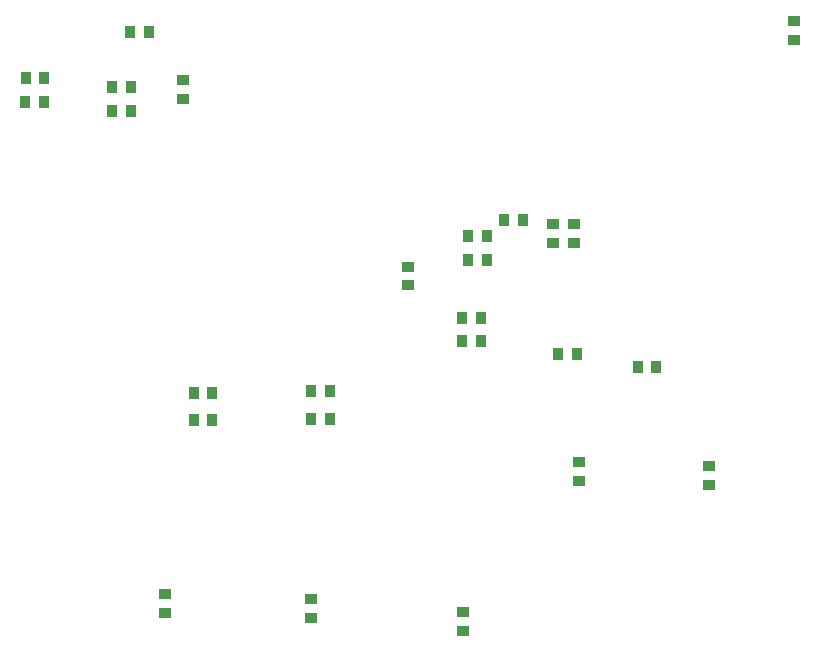
<source format=gbp>
G04*
G04 #@! TF.GenerationSoftware,Altium Limited,Altium Designer,18.1.7 (191)*
G04*
G04 Layer_Color=128*
%FSLAX25Y25*%
%MOIN*%
G70*
G01*
G75*
%ADD24R,0.03937X0.03543*%
%ADD30R,0.03543X0.03937*%
D24*
X234922Y108650D02*
D03*
Y102350D02*
D03*
X177803Y173841D02*
D03*
Y167542D02*
D03*
X278000Y107299D02*
D03*
Y101000D02*
D03*
X306500Y255799D02*
D03*
Y249500D02*
D03*
X226000Y188150D02*
D03*
Y181850D02*
D03*
X233000D02*
D03*
Y188150D02*
D03*
X196049Y58613D02*
D03*
Y52313D02*
D03*
X145500Y63150D02*
D03*
Y56850D02*
D03*
X96691Y58350D02*
D03*
Y64650D02*
D03*
X102756Y236101D02*
D03*
Y229802D02*
D03*
D30*
X79107Y225691D02*
D03*
X85406D02*
D03*
X204150Y176014D02*
D03*
X197850D02*
D03*
X216281Y189432D02*
D03*
X209982D02*
D03*
X197850Y184014D02*
D03*
X204150D02*
D03*
X195980Y156691D02*
D03*
X202280D02*
D03*
X254350Y140500D02*
D03*
X260650D02*
D03*
X227701Y144841D02*
D03*
X234000D02*
D03*
X145535Y132223D02*
D03*
X151835D02*
D03*
X145535Y123191D02*
D03*
X151835D02*
D03*
X202280Y149191D02*
D03*
X195980D02*
D03*
X91406Y252191D02*
D03*
X85107D02*
D03*
X50350Y236691D02*
D03*
X56650D02*
D03*
X112650Y122695D02*
D03*
X106350D02*
D03*
X112650Y131691D02*
D03*
X106350D02*
D03*
X79107Y233691D02*
D03*
X85406D02*
D03*
X50107Y228691D02*
D03*
X56406D02*
D03*
M02*

</source>
